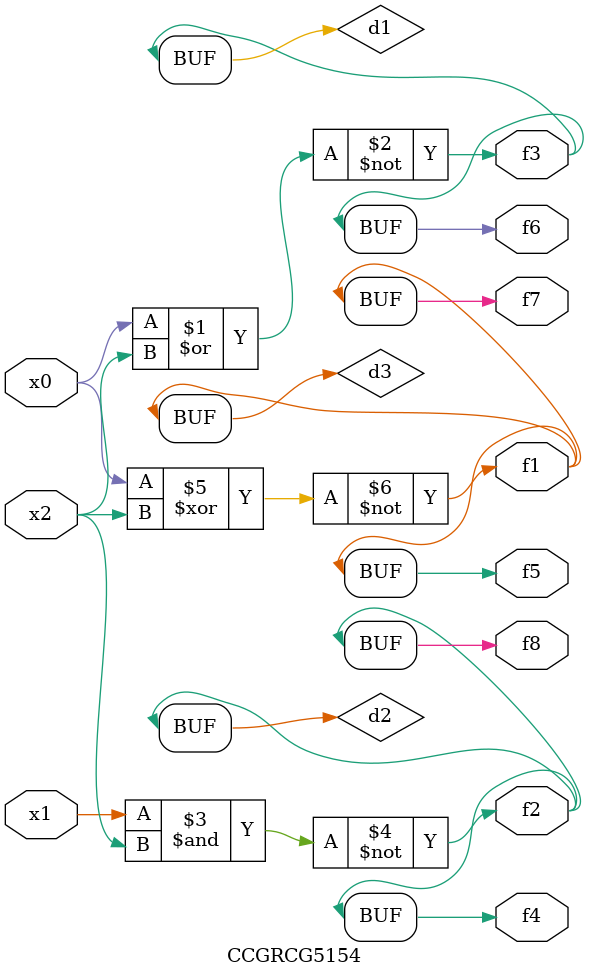
<source format=v>
module CCGRCG5154(
	input x0, x1, x2,
	output f1, f2, f3, f4, f5, f6, f7, f8
);

	wire d1, d2, d3;

	nor (d1, x0, x2);
	nand (d2, x1, x2);
	xnor (d3, x0, x2);
	assign f1 = d3;
	assign f2 = d2;
	assign f3 = d1;
	assign f4 = d2;
	assign f5 = d3;
	assign f6 = d1;
	assign f7 = d3;
	assign f8 = d2;
endmodule

</source>
